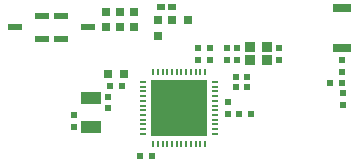
<source format=gtp>
%FSTAX23Y23*%
%MOIN*%
%SFA1B1*%

%IPPOS*%
%ADD15R,0.019685X0.023622*%
%ADD16R,0.023622X0.019685*%
%ADD17R,0.062992X0.031496*%
%ADD18R,0.031496X0.029527*%
%ADD19R,0.045275X0.023622*%
%ADD20R,0.029527X0.031496*%
%ADD21R,0.025591X0.019685*%
%ADD22R,0.037401X0.033465*%
%ADD23R,0.185039X0.185039*%
%ADD24O,0.007874X0.025591*%
%ADD25O,0.025591X0.007874*%
%ADD26R,0.070866X0.039370*%
%LNfinal_vd-1*%
%LPD*%
G54D15*
X00164Y-00019D03*
Y00019D03*
X00194Y00161D03*
Y002D03*
X00159Y00161D03*
Y002D03*
X00546Y00009D03*
Y00048D03*
X00544Y0012D03*
Y00159D03*
X-00351Y-00063D03*
Y-00024D03*
X00064Y002D03*
Y00161D03*
X00333D03*
Y002D03*
X-00238Y-00001D03*
Y00037D03*
X00103Y00161D03*
Y002D03*
G54D16*
X0024Y-0002D03*
X00201D03*
X00188Y00103D03*
X00227D03*
Y00068D03*
X00188D03*
X00503Y00084D03*
X00542D03*
X-0019Y00074D03*
X-00229D03*
X-00131Y-00161D03*
X-00092D03*
G54D17*
X00544Y00333D03*
Y00199D03*
G54D18*
X-0015Y00268D03*
Y00321D03*
X-00196Y00268D03*
Y00321D03*
X-00244Y00268D03*
Y00321D03*
X-0007Y00239D03*
Y00292D03*
G54D19*
X-00393Y00306D03*
Y00231D03*
X-00304Y00268D03*
X-00457Y00231D03*
Y00306D03*
X-00546Y00268D03*
G54D20*
X-00023Y00292D03*
X00029D03*
X-00236Y00114D03*
X-00183D03*
G54D21*
X-00023Y00335D03*
X-0006D03*
G54D22*
X00292Y00158D03*
Y00203D03*
X00235D03*
Y00158D03*
G54D23*
X0Y0D03*
G54D24*
X-00086Y00119D03*
X-0007D03*
X-00055D03*
X-00039D03*
X-00023D03*
X-00007D03*
X00007D03*
X00023D03*
X00039D03*
X00055D03*
X0007D03*
X00086D03*
Y-00119D03*
X0007D03*
X00055D03*
X00039D03*
X00023D03*
X00007D03*
X-00007D03*
X-00023D03*
X-00039D03*
X-00055D03*
X-0007D03*
X-00086D03*
G54D25*
X00119Y00086D03*
Y0007D03*
Y00055D03*
Y00039D03*
Y00023D03*
Y00007D03*
Y-00007D03*
Y-00023D03*
Y-00039D03*
Y-00055D03*
Y-0007D03*
Y-00086D03*
X-00119D03*
Y-0007D03*
Y-00055D03*
Y-00039D03*
Y-00023D03*
Y-00007D03*
Y00007D03*
Y00023D03*
Y00039D03*
Y00055D03*
Y0007D03*
Y00086D03*
G54D26*
X-00294Y-00064D03*
Y00034D03*
M02*
</source>
